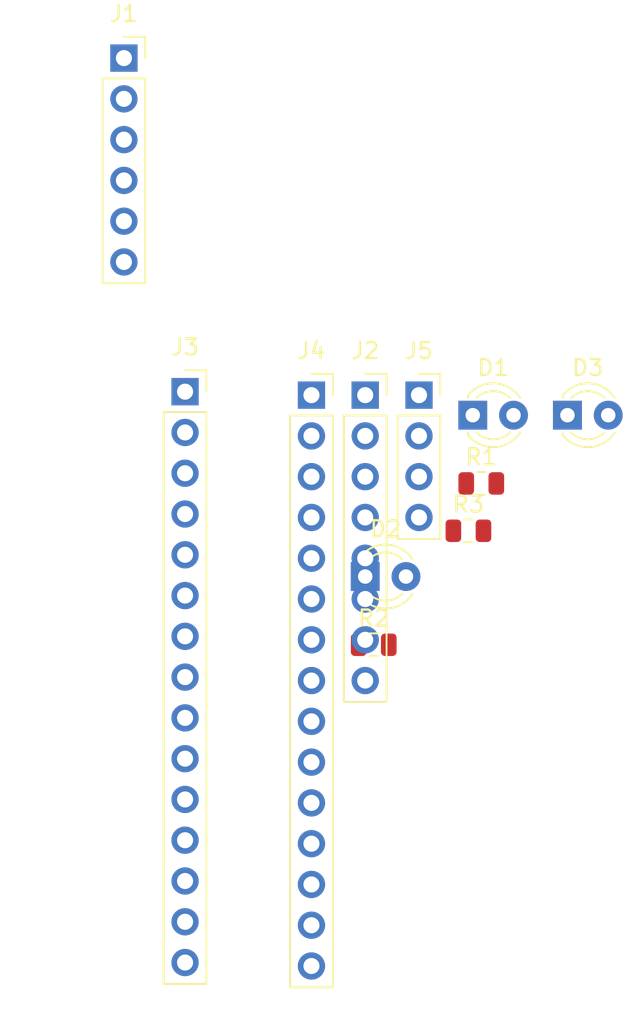
<source format=kicad_pcb>
(kicad_pcb (version 20171130) (host pcbnew 5.1.5-52549c5~86~ubuntu19.10.1)

  (general
    (thickness 1.6)
    (drawings 0)
    (tracks 0)
    (zones 0)
    (modules 11)
    (nets 61)
  )

  (page A4)
  (layers
    (0 F.Cu signal)
    (31 B.Cu signal)
    (32 B.Adhes user)
    (33 F.Adhes user)
    (34 B.Paste user)
    (35 F.Paste user)
    (36 B.SilkS user)
    (37 F.SilkS user)
    (38 B.Mask user)
    (39 F.Mask user)
    (40 Dwgs.User user)
    (41 Cmts.User user)
    (42 Eco1.User user)
    (43 Eco2.User user)
    (44 Edge.Cuts user)
    (45 Margin user)
    (46 B.CrtYd user)
    (47 F.CrtYd user)
    (48 B.Fab user)
    (49 F.Fab user)
  )

  (setup
    (last_trace_width 0.25)
    (trace_clearance 0.2)
    (zone_clearance 0.508)
    (zone_45_only no)
    (trace_min 0.2)
    (via_size 0.8)
    (via_drill 0.4)
    (via_min_size 0.4)
    (via_min_drill 0.3)
    (uvia_size 0.3)
    (uvia_drill 0.1)
    (uvias_allowed no)
    (uvia_min_size 0.2)
    (uvia_min_drill 0.1)
    (edge_width 0.05)
    (segment_width 0.2)
    (pcb_text_width 0.3)
    (pcb_text_size 1.5 1.5)
    (mod_edge_width 0.12)
    (mod_text_size 1 1)
    (mod_text_width 0.15)
    (pad_size 1.524 1.524)
    (pad_drill 0.762)
    (pad_to_mask_clearance 0.051)
    (solder_mask_min_width 0.25)
    (aux_axis_origin 0 0)
    (visible_elements FFFFFF7F)
    (pcbplotparams
      (layerselection 0x010fc_ffffffff)
      (usegerberextensions false)
      (usegerberattributes false)
      (usegerberadvancedattributes false)
      (creategerberjobfile false)
      (excludeedgelayer true)
      (linewidth 0.100000)
      (plotframeref false)
      (viasonmask false)
      (mode 1)
      (useauxorigin false)
      (hpglpennumber 1)
      (hpglpenspeed 20)
      (hpglpendiameter 15.000000)
      (psnegative false)
      (psa4output false)
      (plotreference true)
      (plotvalue true)
      (plotinvisibletext false)
      (padsonsilk false)
      (subtractmaskfromsilk false)
      (outputformat 1)
      (mirror false)
      (drillshape 1)
      (scaleselection 1)
      (outputdirectory ""))
  )

  (net 0 "")
  (net 1 "Net-(D1-Pad1)")
  (net 2 "Net-(D1-Pad2)")
  (net 3 "Net-(D2-Pad2)")
  (net 4 "Net-(D2-Pad1)")
  (net 5 "Net-(D3-Pad1)")
  (net 6 "Net-(D3-Pad2)")
  (net 7 "Net-(J1-Pad1)")
  (net 8 "Net-(J1-Pad2)")
  (net 9 "Net-(J1-Pad3)")
  (net 10 "Net-(J1-Pad4)")
  (net 11 "Net-(J1-Pad5)")
  (net 12 "Net-(J1-Pad6)")
  (net 13 "Net-(J2-Pad1)")
  (net 14 "Net-(J2-Pad2)")
  (net 15 "Net-(J2-Pad3)")
  (net 16 "Net-(J2-Pad4)")
  (net 17 "Net-(J2-Pad5)")
  (net 18 "Net-(J2-Pad6)")
  (net 19 "Net-(J2-Pad7)")
  (net 20 "Net-(J2-Pad8)")
  (net 21 "Net-(J3-Pad1)")
  (net 22 "Net-(J3-Pad2)")
  (net 23 "Net-(J3-Pad3)")
  (net 24 "Net-(J3-Pad4)")
  (net 25 "Net-(J3-Pad5)")
  (net 26 "Net-(J3-Pad6)")
  (net 27 "Net-(J3-Pad7)")
  (net 28 "Net-(J3-Pad8)")
  (net 29 "Net-(J3-Pad9)")
  (net 30 "Net-(J3-Pad10)")
  (net 31 "Net-(J3-Pad11)")
  (net 32 "Net-(J3-Pad12)")
  (net 33 "Net-(J3-Pad13)")
  (net 34 "Net-(J3-Pad14)")
  (net 35 "Net-(J3-Pad15)")
  (net 36 "Net-(J4-Pad15)")
  (net 37 "Net-(J4-Pad14)")
  (net 38 "Net-(J4-Pad13)")
  (net 39 "Net-(J4-Pad12)")
  (net 40 "Net-(J4-Pad11)")
  (net 41 "Net-(J4-Pad10)")
  (net 42 "Net-(J4-Pad9)")
  (net 43 "Net-(J4-Pad8)")
  (net 44 "Net-(J4-Pad7)")
  (net 45 "Net-(J4-Pad6)")
  (net 46 "Net-(J4-Pad5)")
  (net 47 "Net-(J4-Pad4)")
  (net 48 "Net-(J4-Pad3)")
  (net 49 "Net-(J4-Pad2)")
  (net 50 "Net-(J4-Pad1)")
  (net 51 "Net-(J5-Pad1)")
  (net 52 "Net-(J5-Pad2)")
  (net 53 "Net-(J5-Pad3)")
  (net 54 "Net-(J5-Pad4)")
  (net 55 "Net-(R1-Pad2)")
  (net 56 "Net-(R1-Pad1)")
  (net 57 "Net-(R2-Pad1)")
  (net 58 "Net-(R2-Pad2)")
  (net 59 "Net-(R3-Pad1)")
  (net 60 "Net-(R3-Pad2)")

  (net_class Default "This is the default net class."
    (clearance 0.2)
    (trace_width 0.25)
    (via_dia 0.8)
    (via_drill 0.4)
    (uvia_dia 0.3)
    (uvia_drill 0.1)
    (add_net "Net-(D1-Pad1)")
    (add_net "Net-(D1-Pad2)")
    (add_net "Net-(D2-Pad1)")
    (add_net "Net-(D2-Pad2)")
    (add_net "Net-(D3-Pad1)")
    (add_net "Net-(D3-Pad2)")
    (add_net "Net-(J1-Pad1)")
    (add_net "Net-(J1-Pad2)")
    (add_net "Net-(J1-Pad3)")
    (add_net "Net-(J1-Pad4)")
    (add_net "Net-(J1-Pad5)")
    (add_net "Net-(J1-Pad6)")
    (add_net "Net-(J2-Pad1)")
    (add_net "Net-(J2-Pad2)")
    (add_net "Net-(J2-Pad3)")
    (add_net "Net-(J2-Pad4)")
    (add_net "Net-(J2-Pad5)")
    (add_net "Net-(J2-Pad6)")
    (add_net "Net-(J2-Pad7)")
    (add_net "Net-(J2-Pad8)")
    (add_net "Net-(J3-Pad1)")
    (add_net "Net-(J3-Pad10)")
    (add_net "Net-(J3-Pad11)")
    (add_net "Net-(J3-Pad12)")
    (add_net "Net-(J3-Pad13)")
    (add_net "Net-(J3-Pad14)")
    (add_net "Net-(J3-Pad15)")
    (add_net "Net-(J3-Pad2)")
    (add_net "Net-(J3-Pad3)")
    (add_net "Net-(J3-Pad4)")
    (add_net "Net-(J3-Pad5)")
    (add_net "Net-(J3-Pad6)")
    (add_net "Net-(J3-Pad7)")
    (add_net "Net-(J3-Pad8)")
    (add_net "Net-(J3-Pad9)")
    (add_net "Net-(J4-Pad1)")
    (add_net "Net-(J4-Pad10)")
    (add_net "Net-(J4-Pad11)")
    (add_net "Net-(J4-Pad12)")
    (add_net "Net-(J4-Pad13)")
    (add_net "Net-(J4-Pad14)")
    (add_net "Net-(J4-Pad15)")
    (add_net "Net-(J4-Pad2)")
    (add_net "Net-(J4-Pad3)")
    (add_net "Net-(J4-Pad4)")
    (add_net "Net-(J4-Pad5)")
    (add_net "Net-(J4-Pad6)")
    (add_net "Net-(J4-Pad7)")
    (add_net "Net-(J4-Pad8)")
    (add_net "Net-(J4-Pad9)")
    (add_net "Net-(J5-Pad1)")
    (add_net "Net-(J5-Pad2)")
    (add_net "Net-(J5-Pad3)")
    (add_net "Net-(J5-Pad4)")
    (add_net "Net-(R1-Pad1)")
    (add_net "Net-(R1-Pad2)")
    (add_net "Net-(R2-Pad1)")
    (add_net "Net-(R2-Pad2)")
    (add_net "Net-(R3-Pad1)")
    (add_net "Net-(R3-Pad2)")
  )

  (module Connector_PinSocket_2.54mm:PinSocket_1x04_P2.54mm_Vertical (layer F.Cu) (tedit 5A19A429) (tstamp 5E92855C)
    (at 125.065001 51.825001)
    (descr "Through hole straight socket strip, 1x04, 2.54mm pitch, single row (from Kicad 4.0.7), script generated")
    (tags "Through hole socket strip THT 1x04 2.54mm single row")
    (path /5E936650)
    (fp_text reference J5 (at 0 -2.77) (layer F.SilkS)
      (effects (font (size 1 1) (thickness 0.15)))
    )
    (fp_text value Conn_01x04_Female (at 0 10.39) (layer F.Fab)
      (effects (font (size 1 1) (thickness 0.15)))
    )
    (fp_text user %R (at 0 3.81 90) (layer F.Fab)
      (effects (font (size 1 1) (thickness 0.15)))
    )
    (fp_line (start -1.8 9.4) (end -1.8 -1.8) (layer F.CrtYd) (width 0.05))
    (fp_line (start 1.75 9.4) (end -1.8 9.4) (layer F.CrtYd) (width 0.05))
    (fp_line (start 1.75 -1.8) (end 1.75 9.4) (layer F.CrtYd) (width 0.05))
    (fp_line (start -1.8 -1.8) (end 1.75 -1.8) (layer F.CrtYd) (width 0.05))
    (fp_line (start 0 -1.33) (end 1.33 -1.33) (layer F.SilkS) (width 0.12))
    (fp_line (start 1.33 -1.33) (end 1.33 0) (layer F.SilkS) (width 0.12))
    (fp_line (start 1.33 1.27) (end 1.33 8.95) (layer F.SilkS) (width 0.12))
    (fp_line (start -1.33 8.95) (end 1.33 8.95) (layer F.SilkS) (width 0.12))
    (fp_line (start -1.33 1.27) (end -1.33 8.95) (layer F.SilkS) (width 0.12))
    (fp_line (start -1.33 1.27) (end 1.33 1.27) (layer F.SilkS) (width 0.12))
    (fp_line (start -1.27 8.89) (end -1.27 -1.27) (layer F.Fab) (width 0.1))
    (fp_line (start 1.27 8.89) (end -1.27 8.89) (layer F.Fab) (width 0.1))
    (fp_line (start 1.27 -0.635) (end 1.27 8.89) (layer F.Fab) (width 0.1))
    (fp_line (start 0.635 -1.27) (end 1.27 -0.635) (layer F.Fab) (width 0.1))
    (fp_line (start -1.27 -1.27) (end 0.635 -1.27) (layer F.Fab) (width 0.1))
    (pad 4 thru_hole oval (at 0 7.62) (size 1.7 1.7) (drill 1) (layers *.Cu *.Mask)
      (net 54 "Net-(J5-Pad4)"))
    (pad 3 thru_hole oval (at 0 5.08) (size 1.7 1.7) (drill 1) (layers *.Cu *.Mask)
      (net 53 "Net-(J5-Pad3)"))
    (pad 2 thru_hole oval (at 0 2.54) (size 1.7 1.7) (drill 1) (layers *.Cu *.Mask)
      (net 52 "Net-(J5-Pad2)"))
    (pad 1 thru_hole rect (at 0 0) (size 1.7 1.7) (drill 1) (layers *.Cu *.Mask)
      (net 51 "Net-(J5-Pad1)"))
    (model ${KISYS3DMOD}/Connector_PinSocket_2.54mm.3dshapes/PinSocket_1x04_P2.54mm_Vertical.wrl
      (at (xyz 0 0 0))
      (scale (xyz 1 1 1))
      (rotate (xyz 0 0 0))
    )
  )

  (module Connector_PinSocket_2.54mm:PinSocket_1x15_P2.54mm_Vertical (layer F.Cu) (tedit 5A19A41D) (tstamp 5E928541)
    (at 118.365001 51.825001)
    (descr "Through hole straight socket strip, 1x15, 2.54mm pitch, single row (from Kicad 4.0.7), script generated")
    (tags "Through hole socket strip THT 1x15 2.54mm single row")
    (path /5E933EE6)
    (fp_text reference J4 (at 0 -2.77) (layer F.SilkS)
      (effects (font (size 1 1) (thickness 0.15)))
    )
    (fp_text value Conn_01x15_Female (at 0 38.33) (layer F.Fab)
      (effects (font (size 1 1) (thickness 0.15)))
    )
    (fp_text user %R (at 0 17.78 90) (layer F.Fab)
      (effects (font (size 1 1) (thickness 0.15)))
    )
    (fp_line (start -1.8 37.3) (end -1.8 -1.8) (layer F.CrtYd) (width 0.05))
    (fp_line (start 1.75 37.3) (end -1.8 37.3) (layer F.CrtYd) (width 0.05))
    (fp_line (start 1.75 -1.8) (end 1.75 37.3) (layer F.CrtYd) (width 0.05))
    (fp_line (start -1.8 -1.8) (end 1.75 -1.8) (layer F.CrtYd) (width 0.05))
    (fp_line (start 0 -1.33) (end 1.33 -1.33) (layer F.SilkS) (width 0.12))
    (fp_line (start 1.33 -1.33) (end 1.33 0) (layer F.SilkS) (width 0.12))
    (fp_line (start 1.33 1.27) (end 1.33 36.89) (layer F.SilkS) (width 0.12))
    (fp_line (start -1.33 36.89) (end 1.33 36.89) (layer F.SilkS) (width 0.12))
    (fp_line (start -1.33 1.27) (end -1.33 36.89) (layer F.SilkS) (width 0.12))
    (fp_line (start -1.33 1.27) (end 1.33 1.27) (layer F.SilkS) (width 0.12))
    (fp_line (start -1.27 36.83) (end -1.27 -1.27) (layer F.Fab) (width 0.1))
    (fp_line (start 1.27 36.83) (end -1.27 36.83) (layer F.Fab) (width 0.1))
    (fp_line (start 1.27 -0.635) (end 1.27 36.83) (layer F.Fab) (width 0.1))
    (fp_line (start 0.635 -1.27) (end 1.27 -0.635) (layer F.Fab) (width 0.1))
    (fp_line (start -1.27 -1.27) (end 0.635 -1.27) (layer F.Fab) (width 0.1))
    (pad 15 thru_hole oval (at 0 35.56) (size 1.7 1.7) (drill 1) (layers *.Cu *.Mask)
      (net 36 "Net-(J4-Pad15)"))
    (pad 14 thru_hole oval (at 0 33.02) (size 1.7 1.7) (drill 1) (layers *.Cu *.Mask)
      (net 37 "Net-(J4-Pad14)"))
    (pad 13 thru_hole oval (at 0 30.48) (size 1.7 1.7) (drill 1) (layers *.Cu *.Mask)
      (net 38 "Net-(J4-Pad13)"))
    (pad 12 thru_hole oval (at 0 27.94) (size 1.7 1.7) (drill 1) (layers *.Cu *.Mask)
      (net 39 "Net-(J4-Pad12)"))
    (pad 11 thru_hole oval (at 0 25.4) (size 1.7 1.7) (drill 1) (layers *.Cu *.Mask)
      (net 40 "Net-(J4-Pad11)"))
    (pad 10 thru_hole oval (at 0 22.86) (size 1.7 1.7) (drill 1) (layers *.Cu *.Mask)
      (net 41 "Net-(J4-Pad10)"))
    (pad 9 thru_hole oval (at 0 20.32) (size 1.7 1.7) (drill 1) (layers *.Cu *.Mask)
      (net 42 "Net-(J4-Pad9)"))
    (pad 8 thru_hole oval (at 0 17.78) (size 1.7 1.7) (drill 1) (layers *.Cu *.Mask)
      (net 43 "Net-(J4-Pad8)"))
    (pad 7 thru_hole oval (at 0 15.24) (size 1.7 1.7) (drill 1) (layers *.Cu *.Mask)
      (net 44 "Net-(J4-Pad7)"))
    (pad 6 thru_hole oval (at 0 12.7) (size 1.7 1.7) (drill 1) (layers *.Cu *.Mask)
      (net 45 "Net-(J4-Pad6)"))
    (pad 5 thru_hole oval (at 0 10.16) (size 1.7 1.7) (drill 1) (layers *.Cu *.Mask)
      (net 46 "Net-(J4-Pad5)"))
    (pad 4 thru_hole oval (at 0 7.62) (size 1.7 1.7) (drill 1) (layers *.Cu *.Mask)
      (net 47 "Net-(J4-Pad4)"))
    (pad 3 thru_hole oval (at 0 5.08) (size 1.7 1.7) (drill 1) (layers *.Cu *.Mask)
      (net 48 "Net-(J4-Pad3)"))
    (pad 2 thru_hole oval (at 0 2.54) (size 1.7 1.7) (drill 1) (layers *.Cu *.Mask)
      (net 49 "Net-(J4-Pad2)"))
    (pad 1 thru_hole rect (at 0 0) (size 1.7 1.7) (drill 1) (layers *.Cu *.Mask)
      (net 50 "Net-(J4-Pad1)"))
    (model ${KISYS3DMOD}/Connector_PinSocket_2.54mm.3dshapes/PinSocket_1x15_P2.54mm_Vertical.wrl
      (at (xyz 0 0 0))
      (scale (xyz 1 1 1))
      (rotate (xyz 0 0 0))
    )
  )

  (module Connector_PinSocket_2.54mm:PinSocket_1x15_P2.54mm_Vertical (layer F.Cu) (tedit 5A19A41D) (tstamp 5E9289AF)
    (at 110.49 51.61)
    (descr "Through hole straight socket strip, 1x15, 2.54mm pitch, single row (from Kicad 4.0.7), script generated")
    (tags "Through hole socket strip THT 1x15 2.54mm single row")
    (path /5E9288A3)
    (fp_text reference J3 (at 0 -2.77) (layer F.SilkS)
      (effects (font (size 1 1) (thickness 0.15)))
    )
    (fp_text value Conn_01x15_Female (at 0 38.33) (layer F.Fab)
      (effects (font (size 1 1) (thickness 0.15)))
    )
    (fp_text user %R (at 0 17.78 90) (layer F.Fab)
      (effects (font (size 1 1) (thickness 0.15)))
    )
    (fp_line (start -1.8 37.3) (end -1.8 -1.8) (layer F.CrtYd) (width 0.05))
    (fp_line (start 1.75 37.3) (end -1.8 37.3) (layer F.CrtYd) (width 0.05))
    (fp_line (start 1.75 -1.8) (end 1.75 37.3) (layer F.CrtYd) (width 0.05))
    (fp_line (start -1.8 -1.8) (end 1.75 -1.8) (layer F.CrtYd) (width 0.05))
    (fp_line (start 0 -1.33) (end 1.33 -1.33) (layer F.SilkS) (width 0.12))
    (fp_line (start 1.33 -1.33) (end 1.33 0) (layer F.SilkS) (width 0.12))
    (fp_line (start 1.33 1.27) (end 1.33 36.89) (layer F.SilkS) (width 0.12))
    (fp_line (start -1.33 36.89) (end 1.33 36.89) (layer F.SilkS) (width 0.12))
    (fp_line (start -1.33 1.27) (end -1.33 36.89) (layer F.SilkS) (width 0.12))
    (fp_line (start -1.33 1.27) (end 1.33 1.27) (layer F.SilkS) (width 0.12))
    (fp_line (start -1.27 36.83) (end -1.27 -1.27) (layer F.Fab) (width 0.1))
    (fp_line (start 1.27 36.83) (end -1.27 36.83) (layer F.Fab) (width 0.1))
    (fp_line (start 1.27 -0.635) (end 1.27 36.83) (layer F.Fab) (width 0.1))
    (fp_line (start 0.635 -1.27) (end 1.27 -0.635) (layer F.Fab) (width 0.1))
    (fp_line (start -1.27 -1.27) (end 0.635 -1.27) (layer F.Fab) (width 0.1))
    (pad 15 thru_hole oval (at 0 35.56) (size 1.7 1.7) (drill 1) (layers *.Cu *.Mask)
      (net 35 "Net-(J3-Pad15)"))
    (pad 14 thru_hole oval (at 0 33.02) (size 1.7 1.7) (drill 1) (layers *.Cu *.Mask)
      (net 34 "Net-(J3-Pad14)"))
    (pad 13 thru_hole oval (at 0 30.48) (size 1.7 1.7) (drill 1) (layers *.Cu *.Mask)
      (net 33 "Net-(J3-Pad13)"))
    (pad 12 thru_hole oval (at 0 27.94) (size 1.7 1.7) (drill 1) (layers *.Cu *.Mask)
      (net 32 "Net-(J3-Pad12)"))
    (pad 11 thru_hole oval (at 0 25.4) (size 1.7 1.7) (drill 1) (layers *.Cu *.Mask)
      (net 31 "Net-(J3-Pad11)"))
    (pad 10 thru_hole oval (at 0 22.86) (size 1.7 1.7) (drill 1) (layers *.Cu *.Mask)
      (net 30 "Net-(J3-Pad10)"))
    (pad 9 thru_hole oval (at 0 20.32) (size 1.7 1.7) (drill 1) (layers *.Cu *.Mask)
      (net 29 "Net-(J3-Pad9)"))
    (pad 8 thru_hole oval (at 0 17.78) (size 1.7 1.7) (drill 1) (layers *.Cu *.Mask)
      (net 28 "Net-(J3-Pad8)"))
    (pad 7 thru_hole oval (at 0 15.24) (size 1.7 1.7) (drill 1) (layers *.Cu *.Mask)
      (net 27 "Net-(J3-Pad7)"))
    (pad 6 thru_hole oval (at 0 12.7) (size 1.7 1.7) (drill 1) (layers *.Cu *.Mask)
      (net 26 "Net-(J3-Pad6)"))
    (pad 5 thru_hole oval (at 0 10.16) (size 1.7 1.7) (drill 1) (layers *.Cu *.Mask)
      (net 25 "Net-(J3-Pad5)"))
    (pad 4 thru_hole oval (at 0 7.62) (size 1.7 1.7) (drill 1) (layers *.Cu *.Mask)
      (net 24 "Net-(J3-Pad4)"))
    (pad 3 thru_hole oval (at 0 5.08) (size 1.7 1.7) (drill 1) (layers *.Cu *.Mask)
      (net 23 "Net-(J3-Pad3)"))
    (pad 2 thru_hole oval (at 0 2.54) (size 1.7 1.7) (drill 1) (layers *.Cu *.Mask)
      (net 22 "Net-(J3-Pad2)"))
    (pad 1 thru_hole rect (at 0 0) (size 1.7 1.7) (drill 1) (layers *.Cu *.Mask)
      (net 21 "Net-(J3-Pad1)"))
    (model ${KISYS3DMOD}/Connector_PinSocket_2.54mm.3dshapes/PinSocket_1x15_P2.54mm_Vertical.wrl
      (at (xyz 0 0 0))
      (scale (xyz 1 1 1))
      (rotate (xyz 0 0 0))
    )
  )

  (module Connector_PinSocket_2.54mm:PinSocket_1x08_P2.54mm_Vertical (layer F.Cu) (tedit 5A19A420) (tstamp 5E9284F7)
    (at 121.715001 51.825001)
    (descr "Through hole straight socket strip, 1x08, 2.54mm pitch, single row (from Kicad 4.0.7), script generated")
    (tags "Through hole socket strip THT 1x08 2.54mm single row")
    (path /5E9478F3)
    (fp_text reference J2 (at 0 -2.77) (layer F.SilkS)
      (effects (font (size 1 1) (thickness 0.15)))
    )
    (fp_text value Conn_01x08_Female (at 0 20.55) (layer F.Fab)
      (effects (font (size 1 1) (thickness 0.15)))
    )
    (fp_text user %R (at 0 8.89 90) (layer F.Fab)
      (effects (font (size 1 1) (thickness 0.15)))
    )
    (fp_line (start -1.8 19.55) (end -1.8 -1.8) (layer F.CrtYd) (width 0.05))
    (fp_line (start 1.75 19.55) (end -1.8 19.55) (layer F.CrtYd) (width 0.05))
    (fp_line (start 1.75 -1.8) (end 1.75 19.55) (layer F.CrtYd) (width 0.05))
    (fp_line (start -1.8 -1.8) (end 1.75 -1.8) (layer F.CrtYd) (width 0.05))
    (fp_line (start 0 -1.33) (end 1.33 -1.33) (layer F.SilkS) (width 0.12))
    (fp_line (start 1.33 -1.33) (end 1.33 0) (layer F.SilkS) (width 0.12))
    (fp_line (start 1.33 1.27) (end 1.33 19.11) (layer F.SilkS) (width 0.12))
    (fp_line (start -1.33 19.11) (end 1.33 19.11) (layer F.SilkS) (width 0.12))
    (fp_line (start -1.33 1.27) (end -1.33 19.11) (layer F.SilkS) (width 0.12))
    (fp_line (start -1.33 1.27) (end 1.33 1.27) (layer F.SilkS) (width 0.12))
    (fp_line (start -1.27 19.05) (end -1.27 -1.27) (layer F.Fab) (width 0.1))
    (fp_line (start 1.27 19.05) (end -1.27 19.05) (layer F.Fab) (width 0.1))
    (fp_line (start 1.27 -0.635) (end 1.27 19.05) (layer F.Fab) (width 0.1))
    (fp_line (start 0.635 -1.27) (end 1.27 -0.635) (layer F.Fab) (width 0.1))
    (fp_line (start -1.27 -1.27) (end 0.635 -1.27) (layer F.Fab) (width 0.1))
    (pad 8 thru_hole oval (at 0 17.78) (size 1.7 1.7) (drill 1) (layers *.Cu *.Mask)
      (net 20 "Net-(J2-Pad8)"))
    (pad 7 thru_hole oval (at 0 15.24) (size 1.7 1.7) (drill 1) (layers *.Cu *.Mask)
      (net 19 "Net-(J2-Pad7)"))
    (pad 6 thru_hole oval (at 0 12.7) (size 1.7 1.7) (drill 1) (layers *.Cu *.Mask)
      (net 18 "Net-(J2-Pad6)"))
    (pad 5 thru_hole oval (at 0 10.16) (size 1.7 1.7) (drill 1) (layers *.Cu *.Mask)
      (net 17 "Net-(J2-Pad5)"))
    (pad 4 thru_hole oval (at 0 7.62) (size 1.7 1.7) (drill 1) (layers *.Cu *.Mask)
      (net 16 "Net-(J2-Pad4)"))
    (pad 3 thru_hole oval (at 0 5.08) (size 1.7 1.7) (drill 1) (layers *.Cu *.Mask)
      (net 15 "Net-(J2-Pad3)"))
    (pad 2 thru_hole oval (at 0 2.54) (size 1.7 1.7) (drill 1) (layers *.Cu *.Mask)
      (net 14 "Net-(J2-Pad2)"))
    (pad 1 thru_hole rect (at 0 0) (size 1.7 1.7) (drill 1) (layers *.Cu *.Mask)
      (net 13 "Net-(J2-Pad1)"))
    (model ${KISYS3DMOD}/Connector_PinSocket_2.54mm.3dshapes/PinSocket_1x08_P2.54mm_Vertical.wrl
      (at (xyz 0 0 0))
      (scale (xyz 1 1 1))
      (rotate (xyz 0 0 0))
    )
  )

  (module Connector_PinSocket_2.54mm:PinSocket_1x06_P2.54mm_Vertical (layer F.Cu) (tedit 5A19A430) (tstamp 5E928A67)
    (at 106.68 30.83)
    (descr "Through hole straight socket strip, 1x06, 2.54mm pitch, single row (from Kicad 4.0.7), script generated")
    (tags "Through hole socket strip THT 1x06 2.54mm single row")
    (path /5E927623)
    (fp_text reference J1 (at 0 -2.77) (layer F.SilkS)
      (effects (font (size 1 1) (thickness 0.15)))
    )
    (fp_text value Conn_01x06_Female (at 0 15.47) (layer F.Fab)
      (effects (font (size 1 1) (thickness 0.15)))
    )
    (fp_text user %R (at 0 6.35 90) (layer F.Fab)
      (effects (font (size 1 1) (thickness 0.15)))
    )
    (fp_line (start -1.8 14.45) (end -1.8 -1.8) (layer F.CrtYd) (width 0.05))
    (fp_line (start 1.75 14.45) (end -1.8 14.45) (layer F.CrtYd) (width 0.05))
    (fp_line (start 1.75 -1.8) (end 1.75 14.45) (layer F.CrtYd) (width 0.05))
    (fp_line (start -1.8 -1.8) (end 1.75 -1.8) (layer F.CrtYd) (width 0.05))
    (fp_line (start 0 -1.33) (end 1.33 -1.33) (layer F.SilkS) (width 0.12))
    (fp_line (start 1.33 -1.33) (end 1.33 0) (layer F.SilkS) (width 0.12))
    (fp_line (start 1.33 1.27) (end 1.33 14.03) (layer F.SilkS) (width 0.12))
    (fp_line (start -1.33 14.03) (end 1.33 14.03) (layer F.SilkS) (width 0.12))
    (fp_line (start -1.33 1.27) (end -1.33 14.03) (layer F.SilkS) (width 0.12))
    (fp_line (start -1.33 1.27) (end 1.33 1.27) (layer F.SilkS) (width 0.12))
    (fp_line (start -1.27 13.97) (end -1.27 -1.27) (layer F.Fab) (width 0.1))
    (fp_line (start 1.27 13.97) (end -1.27 13.97) (layer F.Fab) (width 0.1))
    (fp_line (start 1.27 -0.635) (end 1.27 13.97) (layer F.Fab) (width 0.1))
    (fp_line (start 0.635 -1.27) (end 1.27 -0.635) (layer F.Fab) (width 0.1))
    (fp_line (start -1.27 -1.27) (end 0.635 -1.27) (layer F.Fab) (width 0.1))
    (pad 6 thru_hole oval (at 0 12.7) (size 1.7 1.7) (drill 1) (layers *.Cu *.Mask)
      (net 12 "Net-(J1-Pad6)"))
    (pad 5 thru_hole oval (at 0 10.16) (size 1.7 1.7) (drill 1) (layers *.Cu *.Mask)
      (net 11 "Net-(J1-Pad5)"))
    (pad 4 thru_hole oval (at 0 7.62) (size 1.7 1.7) (drill 1) (layers *.Cu *.Mask)
      (net 10 "Net-(J1-Pad4)"))
    (pad 3 thru_hole oval (at 0 5.08) (size 1.7 1.7) (drill 1) (layers *.Cu *.Mask)
      (net 9 "Net-(J1-Pad3)"))
    (pad 2 thru_hole oval (at 0 2.54) (size 1.7 1.7) (drill 1) (layers *.Cu *.Mask)
      (net 8 "Net-(J1-Pad2)"))
    (pad 1 thru_hole rect (at 0 0) (size 1.7 1.7) (drill 1) (layers *.Cu *.Mask)
      (net 7 "Net-(J1-Pad1)"))
    (model ${KISYS3DMOD}/Connector_PinSocket_2.54mm.3dshapes/PinSocket_1x06_P2.54mm_Vertical.wrl
      (at (xyz 0 0 0))
      (scale (xyz 1 1 1))
      (rotate (xyz 0 0 0))
    )
  )

  (module LED_THT:LED_D3.0mm (layer F.Cu) (tedit 587A3A7B) (tstamp 5E92848D)
    (at 128.415001 53.075001)
    (descr "LED, diameter 3.0mm, 2 pins")
    (tags "LED diameter 3.0mm 2 pins")
    (path /5E95D7AB)
    (fp_text reference D1 (at 1.27 -2.96) (layer F.SilkS)
      (effects (font (size 1 1) (thickness 0.15)))
    )
    (fp_text value LED (at 1.27 2.96) (layer F.Fab)
      (effects (font (size 1 1) (thickness 0.15)))
    )
    (fp_arc (start 1.27 0) (end -0.23 -1.16619) (angle 284.3) (layer F.Fab) (width 0.1))
    (fp_arc (start 1.27 0) (end -0.29 -1.235516) (angle 108.8) (layer F.SilkS) (width 0.12))
    (fp_arc (start 1.27 0) (end -0.29 1.235516) (angle -108.8) (layer F.SilkS) (width 0.12))
    (fp_arc (start 1.27 0) (end 0.229039 -1.08) (angle 87.9) (layer F.SilkS) (width 0.12))
    (fp_arc (start 1.27 0) (end 0.229039 1.08) (angle -87.9) (layer F.SilkS) (width 0.12))
    (fp_circle (center 1.27 0) (end 2.77 0) (layer F.Fab) (width 0.1))
    (fp_line (start -0.23 -1.16619) (end -0.23 1.16619) (layer F.Fab) (width 0.1))
    (fp_line (start -0.29 -1.236) (end -0.29 -1.08) (layer F.SilkS) (width 0.12))
    (fp_line (start -0.29 1.08) (end -0.29 1.236) (layer F.SilkS) (width 0.12))
    (fp_line (start -1.15 -2.25) (end -1.15 2.25) (layer F.CrtYd) (width 0.05))
    (fp_line (start -1.15 2.25) (end 3.7 2.25) (layer F.CrtYd) (width 0.05))
    (fp_line (start 3.7 2.25) (end 3.7 -2.25) (layer F.CrtYd) (width 0.05))
    (fp_line (start 3.7 -2.25) (end -1.15 -2.25) (layer F.CrtYd) (width 0.05))
    (pad 1 thru_hole rect (at 0 0) (size 1.8 1.8) (drill 0.9) (layers *.Cu *.Mask)
      (net 1 "Net-(D1-Pad1)"))
    (pad 2 thru_hole circle (at 2.54 0) (size 1.8 1.8) (drill 0.9) (layers *.Cu *.Mask)
      (net 2 "Net-(D1-Pad2)"))
    (model ${KISYS3DMOD}/LED_THT.3dshapes/LED_D3.0mm.wrl
      (at (xyz 0 0 0))
      (scale (xyz 1 1 1))
      (rotate (xyz 0 0 0))
    )
  )

  (module LED_THT:LED_D3.0mm (layer F.Cu) (tedit 587A3A7B) (tstamp 5E9284A0)
    (at 121.715001 63.125001)
    (descr "LED, diameter 3.0mm, 2 pins")
    (tags "LED diameter 3.0mm 2 pins")
    (path /5E960468)
    (fp_text reference D2 (at 1.27 -2.96) (layer F.SilkS)
      (effects (font (size 1 1) (thickness 0.15)))
    )
    (fp_text value LED (at 1.27 2.96) (layer F.Fab)
      (effects (font (size 1 1) (thickness 0.15)))
    )
    (fp_line (start 3.7 -2.25) (end -1.15 -2.25) (layer F.CrtYd) (width 0.05))
    (fp_line (start 3.7 2.25) (end 3.7 -2.25) (layer F.CrtYd) (width 0.05))
    (fp_line (start -1.15 2.25) (end 3.7 2.25) (layer F.CrtYd) (width 0.05))
    (fp_line (start -1.15 -2.25) (end -1.15 2.25) (layer F.CrtYd) (width 0.05))
    (fp_line (start -0.29 1.08) (end -0.29 1.236) (layer F.SilkS) (width 0.12))
    (fp_line (start -0.29 -1.236) (end -0.29 -1.08) (layer F.SilkS) (width 0.12))
    (fp_line (start -0.23 -1.16619) (end -0.23 1.16619) (layer F.Fab) (width 0.1))
    (fp_circle (center 1.27 0) (end 2.77 0) (layer F.Fab) (width 0.1))
    (fp_arc (start 1.27 0) (end 0.229039 1.08) (angle -87.9) (layer F.SilkS) (width 0.12))
    (fp_arc (start 1.27 0) (end 0.229039 -1.08) (angle 87.9) (layer F.SilkS) (width 0.12))
    (fp_arc (start 1.27 0) (end -0.29 1.235516) (angle -108.8) (layer F.SilkS) (width 0.12))
    (fp_arc (start 1.27 0) (end -0.29 -1.235516) (angle 108.8) (layer F.SilkS) (width 0.12))
    (fp_arc (start 1.27 0) (end -0.23 -1.16619) (angle 284.3) (layer F.Fab) (width 0.1))
    (pad 2 thru_hole circle (at 2.54 0) (size 1.8 1.8) (drill 0.9) (layers *.Cu *.Mask)
      (net 3 "Net-(D2-Pad2)"))
    (pad 1 thru_hole rect (at 0 0) (size 1.8 1.8) (drill 0.9) (layers *.Cu *.Mask)
      (net 4 "Net-(D2-Pad1)"))
    (model ${KISYS3DMOD}/LED_THT.3dshapes/LED_D3.0mm.wrl
      (at (xyz 0 0 0))
      (scale (xyz 1 1 1))
      (rotate (xyz 0 0 0))
    )
  )

  (module LED_THT:LED_D3.0mm (layer F.Cu) (tedit 587A3A7B) (tstamp 5E9284B3)
    (at 134.315001 53.075001)
    (descr "LED, diameter 3.0mm, 2 pins")
    (tags "LED diameter 3.0mm 2 pins")
    (path /5E960714)
    (fp_text reference D3 (at 1.27 -2.96) (layer F.SilkS)
      (effects (font (size 1 1) (thickness 0.15)))
    )
    (fp_text value LED (at 1.27 2.96) (layer F.Fab)
      (effects (font (size 1 1) (thickness 0.15)))
    )
    (fp_arc (start 1.27 0) (end -0.23 -1.16619) (angle 284.3) (layer F.Fab) (width 0.1))
    (fp_arc (start 1.27 0) (end -0.29 -1.235516) (angle 108.8) (layer F.SilkS) (width 0.12))
    (fp_arc (start 1.27 0) (end -0.29 1.235516) (angle -108.8) (layer F.SilkS) (width 0.12))
    (fp_arc (start 1.27 0) (end 0.229039 -1.08) (angle 87.9) (layer F.SilkS) (width 0.12))
    (fp_arc (start 1.27 0) (end 0.229039 1.08) (angle -87.9) (layer F.SilkS) (width 0.12))
    (fp_circle (center 1.27 0) (end 2.77 0) (layer F.Fab) (width 0.1))
    (fp_line (start -0.23 -1.16619) (end -0.23 1.16619) (layer F.Fab) (width 0.1))
    (fp_line (start -0.29 -1.236) (end -0.29 -1.08) (layer F.SilkS) (width 0.12))
    (fp_line (start -0.29 1.08) (end -0.29 1.236) (layer F.SilkS) (width 0.12))
    (fp_line (start -1.15 -2.25) (end -1.15 2.25) (layer F.CrtYd) (width 0.05))
    (fp_line (start -1.15 2.25) (end 3.7 2.25) (layer F.CrtYd) (width 0.05))
    (fp_line (start 3.7 2.25) (end 3.7 -2.25) (layer F.CrtYd) (width 0.05))
    (fp_line (start 3.7 -2.25) (end -1.15 -2.25) (layer F.CrtYd) (width 0.05))
    (pad 1 thru_hole rect (at 0 0) (size 1.8 1.8) (drill 0.9) (layers *.Cu *.Mask)
      (net 5 "Net-(D3-Pad1)"))
    (pad 2 thru_hole circle (at 2.54 0) (size 1.8 1.8) (drill 0.9) (layers *.Cu *.Mask)
      (net 6 "Net-(D3-Pad2)"))
    (model ${KISYS3DMOD}/LED_THT.3dshapes/LED_D3.0mm.wrl
      (at (xyz 0 0 0))
      (scale (xyz 1 1 1))
      (rotate (xyz 0 0 0))
    )
  )

  (module Resistor_SMD:R_0805_2012Metric (layer F.Cu) (tedit 5B36C52B) (tstamp 5E92856D)
    (at 128.945001 57.325001)
    (descr "Resistor SMD 0805 (2012 Metric), square (rectangular) end terminal, IPC_7351 nominal, (Body size source: https://docs.google.com/spreadsheets/d/1BsfQQcO9C6DZCsRaXUlFlo91Tg2WpOkGARC1WS5S8t0/edit?usp=sharing), generated with kicad-footprint-generator")
    (tags resistor)
    (path /5E9633F0)
    (attr smd)
    (fp_text reference R1 (at 0 -1.65) (layer F.SilkS)
      (effects (font (size 1 1) (thickness 0.15)))
    )
    (fp_text value R_Small (at 0 1.65) (layer F.Fab)
      (effects (font (size 1 1) (thickness 0.15)))
    )
    (fp_text user %R (at 0 0) (layer F.Fab)
      (effects (font (size 0.5 0.5) (thickness 0.08)))
    )
    (fp_line (start 1.68 0.95) (end -1.68 0.95) (layer F.CrtYd) (width 0.05))
    (fp_line (start 1.68 -0.95) (end 1.68 0.95) (layer F.CrtYd) (width 0.05))
    (fp_line (start -1.68 -0.95) (end 1.68 -0.95) (layer F.CrtYd) (width 0.05))
    (fp_line (start -1.68 0.95) (end -1.68 -0.95) (layer F.CrtYd) (width 0.05))
    (fp_line (start -0.258578 0.71) (end 0.258578 0.71) (layer F.SilkS) (width 0.12))
    (fp_line (start -0.258578 -0.71) (end 0.258578 -0.71) (layer F.SilkS) (width 0.12))
    (fp_line (start 1 0.6) (end -1 0.6) (layer F.Fab) (width 0.1))
    (fp_line (start 1 -0.6) (end 1 0.6) (layer F.Fab) (width 0.1))
    (fp_line (start -1 -0.6) (end 1 -0.6) (layer F.Fab) (width 0.1))
    (fp_line (start -1 0.6) (end -1 -0.6) (layer F.Fab) (width 0.1))
    (pad 2 smd roundrect (at 0.9375 0) (size 0.975 1.4) (layers F.Cu F.Paste F.Mask) (roundrect_rratio 0.25)
      (net 55 "Net-(R1-Pad2)"))
    (pad 1 smd roundrect (at -0.9375 0) (size 0.975 1.4) (layers F.Cu F.Paste F.Mask) (roundrect_rratio 0.25)
      (net 56 "Net-(R1-Pad1)"))
    (model ${KISYS3DMOD}/Resistor_SMD.3dshapes/R_0805_2012Metric.wrl
      (at (xyz 0 0 0))
      (scale (xyz 1 1 1))
      (rotate (xyz 0 0 0))
    )
  )

  (module Resistor_SMD:R_0805_2012Metric (layer F.Cu) (tedit 5B36C52B) (tstamp 5E92857E)
    (at 122.245001 67.375001)
    (descr "Resistor SMD 0805 (2012 Metric), square (rectangular) end terminal, IPC_7351 nominal, (Body size source: https://docs.google.com/spreadsheets/d/1BsfQQcO9C6DZCsRaXUlFlo91Tg2WpOkGARC1WS5S8t0/edit?usp=sharing), generated with kicad-footprint-generator")
    (tags resistor)
    (path /5E966DA2)
    (attr smd)
    (fp_text reference R2 (at 0 -1.65) (layer F.SilkS)
      (effects (font (size 1 1) (thickness 0.15)))
    )
    (fp_text value R_Small (at 0 1.65) (layer F.Fab)
      (effects (font (size 1 1) (thickness 0.15)))
    )
    (fp_line (start -1 0.6) (end -1 -0.6) (layer F.Fab) (width 0.1))
    (fp_line (start -1 -0.6) (end 1 -0.6) (layer F.Fab) (width 0.1))
    (fp_line (start 1 -0.6) (end 1 0.6) (layer F.Fab) (width 0.1))
    (fp_line (start 1 0.6) (end -1 0.6) (layer F.Fab) (width 0.1))
    (fp_line (start -0.258578 -0.71) (end 0.258578 -0.71) (layer F.SilkS) (width 0.12))
    (fp_line (start -0.258578 0.71) (end 0.258578 0.71) (layer F.SilkS) (width 0.12))
    (fp_line (start -1.68 0.95) (end -1.68 -0.95) (layer F.CrtYd) (width 0.05))
    (fp_line (start -1.68 -0.95) (end 1.68 -0.95) (layer F.CrtYd) (width 0.05))
    (fp_line (start 1.68 -0.95) (end 1.68 0.95) (layer F.CrtYd) (width 0.05))
    (fp_line (start 1.68 0.95) (end -1.68 0.95) (layer F.CrtYd) (width 0.05))
    (fp_text user %R (at 0 0) (layer F.Fab)
      (effects (font (size 0.5 0.5) (thickness 0.08)))
    )
    (pad 1 smd roundrect (at -0.9375 0) (size 0.975 1.4) (layers F.Cu F.Paste F.Mask) (roundrect_rratio 0.25)
      (net 57 "Net-(R2-Pad1)"))
    (pad 2 smd roundrect (at 0.9375 0) (size 0.975 1.4) (layers F.Cu F.Paste F.Mask) (roundrect_rratio 0.25)
      (net 58 "Net-(R2-Pad2)"))
    (model ${KISYS3DMOD}/Resistor_SMD.3dshapes/R_0805_2012Metric.wrl
      (at (xyz 0 0 0))
      (scale (xyz 1 1 1))
      (rotate (xyz 0 0 0))
    )
  )

  (module Resistor_SMD:R_0805_2012Metric (layer F.Cu) (tedit 5B36C52B) (tstamp 5E92858F)
    (at 128.145001 60.275001)
    (descr "Resistor SMD 0805 (2012 Metric), square (rectangular) end terminal, IPC_7351 nominal, (Body size source: https://docs.google.com/spreadsheets/d/1BsfQQcO9C6DZCsRaXUlFlo91Tg2WpOkGARC1WS5S8t0/edit?usp=sharing), generated with kicad-footprint-generator")
    (tags resistor)
    (path /5E96705D)
    (attr smd)
    (fp_text reference R3 (at 0 -1.65) (layer F.SilkS)
      (effects (font (size 1 1) (thickness 0.15)))
    )
    (fp_text value R_Small (at 0 1.65) (layer F.Fab)
      (effects (font (size 1 1) (thickness 0.15)))
    )
    (fp_line (start -1 0.6) (end -1 -0.6) (layer F.Fab) (width 0.1))
    (fp_line (start -1 -0.6) (end 1 -0.6) (layer F.Fab) (width 0.1))
    (fp_line (start 1 -0.6) (end 1 0.6) (layer F.Fab) (width 0.1))
    (fp_line (start 1 0.6) (end -1 0.6) (layer F.Fab) (width 0.1))
    (fp_line (start -0.258578 -0.71) (end 0.258578 -0.71) (layer F.SilkS) (width 0.12))
    (fp_line (start -0.258578 0.71) (end 0.258578 0.71) (layer F.SilkS) (width 0.12))
    (fp_line (start -1.68 0.95) (end -1.68 -0.95) (layer F.CrtYd) (width 0.05))
    (fp_line (start -1.68 -0.95) (end 1.68 -0.95) (layer F.CrtYd) (width 0.05))
    (fp_line (start 1.68 -0.95) (end 1.68 0.95) (layer F.CrtYd) (width 0.05))
    (fp_line (start 1.68 0.95) (end -1.68 0.95) (layer F.CrtYd) (width 0.05))
    (fp_text user %R (at 0 0) (layer F.Fab)
      (effects (font (size 0.5 0.5) (thickness 0.08)))
    )
    (pad 1 smd roundrect (at -0.9375 0) (size 0.975 1.4) (layers F.Cu F.Paste F.Mask) (roundrect_rratio 0.25)
      (net 59 "Net-(R3-Pad1)"))
    (pad 2 smd roundrect (at 0.9375 0) (size 0.975 1.4) (layers F.Cu F.Paste F.Mask) (roundrect_rratio 0.25)
      (net 60 "Net-(R3-Pad2)"))
    (model ${KISYS3DMOD}/Resistor_SMD.3dshapes/R_0805_2012Metric.wrl
      (at (xyz 0 0 0))
      (scale (xyz 1 1 1))
      (rotate (xyz 0 0 0))
    )
  )

)

</source>
